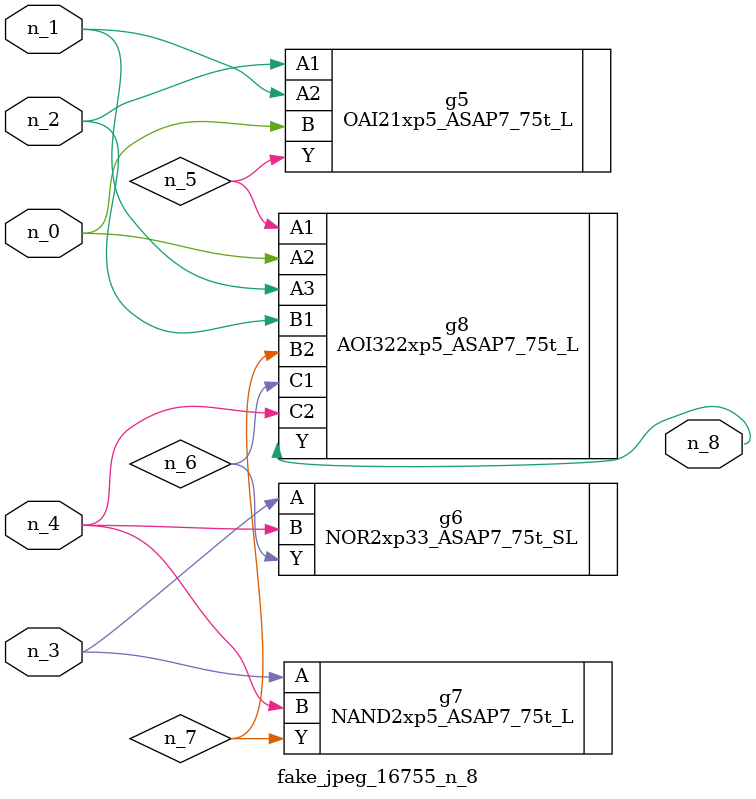
<source format=v>
module fake_jpeg_16755_n_8 (n_3, n_2, n_1, n_0, n_4, n_8);

input n_3;
input n_2;
input n_1;
input n_0;
input n_4;

output n_8;

wire n_6;
wire n_5;
wire n_7;

OAI21xp5_ASAP7_75t_L g5 ( 
.A1(n_2),
.A2(n_1),
.B(n_0),
.Y(n_5)
);

NOR2xp33_ASAP7_75t_SL g6 ( 
.A(n_3),
.B(n_4),
.Y(n_6)
);

NAND2xp5_ASAP7_75t_L g7 ( 
.A(n_3),
.B(n_4),
.Y(n_7)
);

AOI322xp5_ASAP7_75t_L g8 ( 
.A1(n_5),
.A2(n_0),
.A3(n_1),
.B1(n_2),
.B2(n_7),
.C1(n_6),
.C2(n_4),
.Y(n_8)
);


endmodule
</source>
